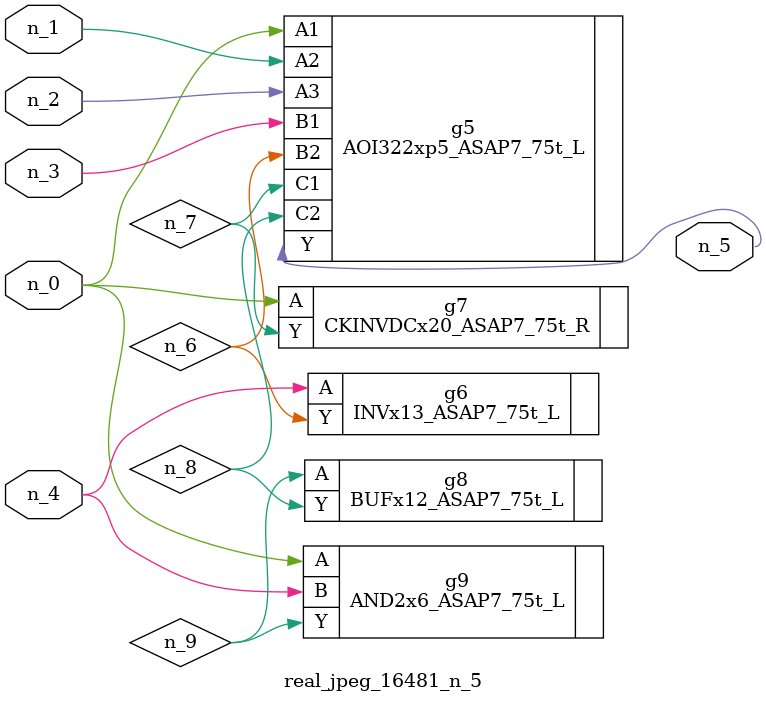
<source format=v>
module real_jpeg_16481_n_5 (n_4, n_0, n_1, n_2, n_3, n_5);

input n_4;
input n_0;
input n_1;
input n_2;
input n_3;

output n_5;

wire n_8;
wire n_6;
wire n_7;
wire n_9;

AOI322xp5_ASAP7_75t_L g5 ( 
.A1(n_0),
.A2(n_1),
.A3(n_2),
.B1(n_3),
.B2(n_6),
.C1(n_7),
.C2(n_8),
.Y(n_5)
);

CKINVDCx20_ASAP7_75t_R g7 ( 
.A(n_0),
.Y(n_7)
);

AND2x6_ASAP7_75t_L g9 ( 
.A(n_0),
.B(n_4),
.Y(n_9)
);

INVx13_ASAP7_75t_L g6 ( 
.A(n_4),
.Y(n_6)
);

BUFx12_ASAP7_75t_L g8 ( 
.A(n_9),
.Y(n_8)
);


endmodule
</source>
